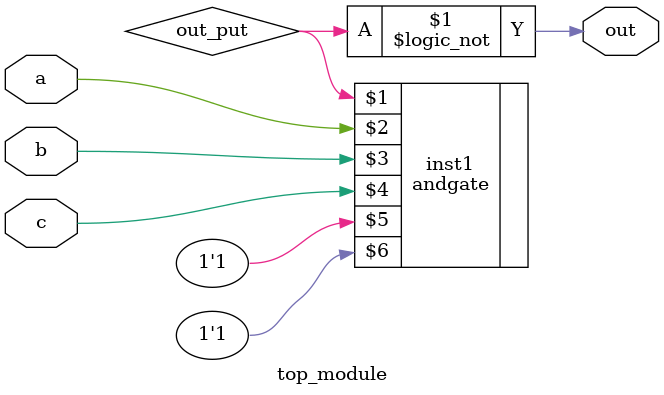
<source format=sv>
module top_module (input a, input b, input c, output out);//
	logic out_put;
    andgate inst1 (out_put, a, b, c, 1'b1, 1'b1);
	assign out = !out_put;
endmodule

</source>
